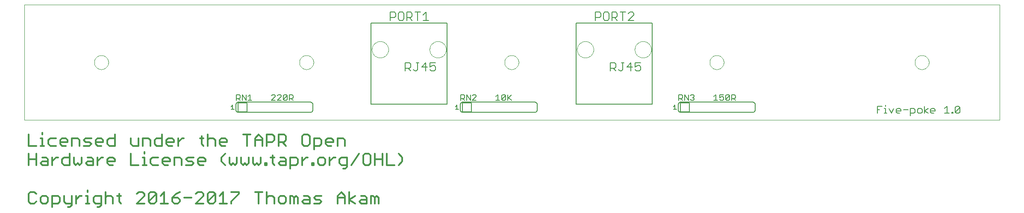
<source format=gto>
G75*
%MOIN*%
%OFA0B0*%
%FSLAX24Y24*%
%IPPOS*%
%LPD*%
%AMOC8*
5,1,8,0,0,1.08239X$1,22.5*
%
%ADD10C,0.0000*%
%ADD11C,0.0050*%
%ADD12C,0.0120*%
%ADD13C,0.0080*%
%ADD14C,0.0060*%
D10*
X000180Y007008D02*
X000180Y015994D01*
X076241Y015994D01*
X076241Y007008D01*
X000180Y007008D01*
X005629Y011508D02*
X005631Y011555D01*
X005637Y011601D01*
X005647Y011647D01*
X005660Y011692D01*
X005678Y011735D01*
X005699Y011777D01*
X005723Y011817D01*
X005751Y011854D01*
X005782Y011889D01*
X005816Y011922D01*
X005852Y011951D01*
X005891Y011977D01*
X005932Y012000D01*
X005975Y012019D01*
X006019Y012035D01*
X006064Y012047D01*
X006110Y012055D01*
X006157Y012059D01*
X006203Y012059D01*
X006250Y012055D01*
X006296Y012047D01*
X006341Y012035D01*
X006385Y012019D01*
X006428Y012000D01*
X006469Y011977D01*
X006508Y011951D01*
X006544Y011922D01*
X006578Y011889D01*
X006609Y011854D01*
X006637Y011817D01*
X006661Y011777D01*
X006682Y011735D01*
X006700Y011692D01*
X006713Y011647D01*
X006723Y011601D01*
X006729Y011555D01*
X006731Y011508D01*
X006729Y011461D01*
X006723Y011415D01*
X006713Y011369D01*
X006700Y011324D01*
X006682Y011281D01*
X006661Y011239D01*
X006637Y011199D01*
X006609Y011162D01*
X006578Y011127D01*
X006544Y011094D01*
X006508Y011065D01*
X006469Y011039D01*
X006428Y011016D01*
X006385Y010997D01*
X006341Y010981D01*
X006296Y010969D01*
X006250Y010961D01*
X006203Y010957D01*
X006157Y010957D01*
X006110Y010961D01*
X006064Y010969D01*
X006019Y010981D01*
X005975Y010997D01*
X005932Y011016D01*
X005891Y011039D01*
X005852Y011065D01*
X005816Y011094D01*
X005782Y011127D01*
X005751Y011162D01*
X005723Y011199D01*
X005699Y011239D01*
X005678Y011281D01*
X005660Y011324D01*
X005647Y011369D01*
X005637Y011415D01*
X005631Y011461D01*
X005629Y011508D01*
X021629Y011508D02*
X021631Y011555D01*
X021637Y011601D01*
X021647Y011647D01*
X021660Y011692D01*
X021678Y011735D01*
X021699Y011777D01*
X021723Y011817D01*
X021751Y011854D01*
X021782Y011889D01*
X021816Y011922D01*
X021852Y011951D01*
X021891Y011977D01*
X021932Y012000D01*
X021975Y012019D01*
X022019Y012035D01*
X022064Y012047D01*
X022110Y012055D01*
X022157Y012059D01*
X022203Y012059D01*
X022250Y012055D01*
X022296Y012047D01*
X022341Y012035D01*
X022385Y012019D01*
X022428Y012000D01*
X022469Y011977D01*
X022508Y011951D01*
X022544Y011922D01*
X022578Y011889D01*
X022609Y011854D01*
X022637Y011817D01*
X022661Y011777D01*
X022682Y011735D01*
X022700Y011692D01*
X022713Y011647D01*
X022723Y011601D01*
X022729Y011555D01*
X022731Y011508D01*
X022729Y011461D01*
X022723Y011415D01*
X022713Y011369D01*
X022700Y011324D01*
X022682Y011281D01*
X022661Y011239D01*
X022637Y011199D01*
X022609Y011162D01*
X022578Y011127D01*
X022544Y011094D01*
X022508Y011065D01*
X022469Y011039D01*
X022428Y011016D01*
X022385Y010997D01*
X022341Y010981D01*
X022296Y010969D01*
X022250Y010961D01*
X022203Y010957D01*
X022157Y010957D01*
X022110Y010961D01*
X022064Y010969D01*
X022019Y010981D01*
X021975Y010997D01*
X021932Y011016D01*
X021891Y011039D01*
X021852Y011065D01*
X021816Y011094D01*
X021782Y011127D01*
X021751Y011162D01*
X021723Y011199D01*
X021699Y011239D01*
X021678Y011281D01*
X021660Y011324D01*
X021647Y011369D01*
X021637Y011415D01*
X021631Y011461D01*
X021629Y011508D01*
X027290Y012508D02*
X027292Y012558D01*
X027298Y012608D01*
X027308Y012657D01*
X027321Y012706D01*
X027339Y012753D01*
X027360Y012799D01*
X027384Y012842D01*
X027412Y012884D01*
X027443Y012924D01*
X027477Y012961D01*
X027514Y012995D01*
X027554Y013026D01*
X027596Y013054D01*
X027639Y013078D01*
X027685Y013099D01*
X027732Y013117D01*
X027781Y013130D01*
X027830Y013140D01*
X027880Y013146D01*
X027930Y013148D01*
X027980Y013146D01*
X028030Y013140D01*
X028079Y013130D01*
X028128Y013117D01*
X028175Y013099D01*
X028221Y013078D01*
X028264Y013054D01*
X028306Y013026D01*
X028346Y012995D01*
X028383Y012961D01*
X028417Y012924D01*
X028448Y012884D01*
X028476Y012842D01*
X028500Y012799D01*
X028521Y012753D01*
X028539Y012706D01*
X028552Y012657D01*
X028562Y012608D01*
X028568Y012558D01*
X028570Y012508D01*
X028568Y012458D01*
X028562Y012408D01*
X028552Y012359D01*
X028539Y012310D01*
X028521Y012263D01*
X028500Y012217D01*
X028476Y012174D01*
X028448Y012132D01*
X028417Y012092D01*
X028383Y012055D01*
X028346Y012021D01*
X028306Y011990D01*
X028264Y011962D01*
X028221Y011938D01*
X028175Y011917D01*
X028128Y011899D01*
X028079Y011886D01*
X028030Y011876D01*
X027980Y011870D01*
X027930Y011868D01*
X027880Y011870D01*
X027830Y011876D01*
X027781Y011886D01*
X027732Y011899D01*
X027685Y011917D01*
X027639Y011938D01*
X027596Y011962D01*
X027554Y011990D01*
X027514Y012021D01*
X027477Y012055D01*
X027443Y012092D01*
X027412Y012132D01*
X027384Y012174D01*
X027360Y012217D01*
X027339Y012263D01*
X027321Y012310D01*
X027308Y012359D01*
X027298Y012408D01*
X027292Y012458D01*
X027290Y012508D01*
X031790Y012508D02*
X031792Y012558D01*
X031798Y012608D01*
X031808Y012657D01*
X031821Y012706D01*
X031839Y012753D01*
X031860Y012799D01*
X031884Y012842D01*
X031912Y012884D01*
X031943Y012924D01*
X031977Y012961D01*
X032014Y012995D01*
X032054Y013026D01*
X032096Y013054D01*
X032139Y013078D01*
X032185Y013099D01*
X032232Y013117D01*
X032281Y013130D01*
X032330Y013140D01*
X032380Y013146D01*
X032430Y013148D01*
X032480Y013146D01*
X032530Y013140D01*
X032579Y013130D01*
X032628Y013117D01*
X032675Y013099D01*
X032721Y013078D01*
X032764Y013054D01*
X032806Y013026D01*
X032846Y012995D01*
X032883Y012961D01*
X032917Y012924D01*
X032948Y012884D01*
X032976Y012842D01*
X033000Y012799D01*
X033021Y012753D01*
X033039Y012706D01*
X033052Y012657D01*
X033062Y012608D01*
X033068Y012558D01*
X033070Y012508D01*
X033068Y012458D01*
X033062Y012408D01*
X033052Y012359D01*
X033039Y012310D01*
X033021Y012263D01*
X033000Y012217D01*
X032976Y012174D01*
X032948Y012132D01*
X032917Y012092D01*
X032883Y012055D01*
X032846Y012021D01*
X032806Y011990D01*
X032764Y011962D01*
X032721Y011938D01*
X032675Y011917D01*
X032628Y011899D01*
X032579Y011886D01*
X032530Y011876D01*
X032480Y011870D01*
X032430Y011868D01*
X032380Y011870D01*
X032330Y011876D01*
X032281Y011886D01*
X032232Y011899D01*
X032185Y011917D01*
X032139Y011938D01*
X032096Y011962D01*
X032054Y011990D01*
X032014Y012021D01*
X031977Y012055D01*
X031943Y012092D01*
X031912Y012132D01*
X031884Y012174D01*
X031860Y012217D01*
X031839Y012263D01*
X031821Y012310D01*
X031808Y012359D01*
X031798Y012408D01*
X031792Y012458D01*
X031790Y012508D01*
X037629Y011508D02*
X037631Y011555D01*
X037637Y011601D01*
X037647Y011647D01*
X037660Y011692D01*
X037678Y011735D01*
X037699Y011777D01*
X037723Y011817D01*
X037751Y011854D01*
X037782Y011889D01*
X037816Y011922D01*
X037852Y011951D01*
X037891Y011977D01*
X037932Y012000D01*
X037975Y012019D01*
X038019Y012035D01*
X038064Y012047D01*
X038110Y012055D01*
X038157Y012059D01*
X038203Y012059D01*
X038250Y012055D01*
X038296Y012047D01*
X038341Y012035D01*
X038385Y012019D01*
X038428Y012000D01*
X038469Y011977D01*
X038508Y011951D01*
X038544Y011922D01*
X038578Y011889D01*
X038609Y011854D01*
X038637Y011817D01*
X038661Y011777D01*
X038682Y011735D01*
X038700Y011692D01*
X038713Y011647D01*
X038723Y011601D01*
X038729Y011555D01*
X038731Y011508D01*
X038729Y011461D01*
X038723Y011415D01*
X038713Y011369D01*
X038700Y011324D01*
X038682Y011281D01*
X038661Y011239D01*
X038637Y011199D01*
X038609Y011162D01*
X038578Y011127D01*
X038544Y011094D01*
X038508Y011065D01*
X038469Y011039D01*
X038428Y011016D01*
X038385Y010997D01*
X038341Y010981D01*
X038296Y010969D01*
X038250Y010961D01*
X038203Y010957D01*
X038157Y010957D01*
X038110Y010961D01*
X038064Y010969D01*
X038019Y010981D01*
X037975Y010997D01*
X037932Y011016D01*
X037891Y011039D01*
X037852Y011065D01*
X037816Y011094D01*
X037782Y011127D01*
X037751Y011162D01*
X037723Y011199D01*
X037699Y011239D01*
X037678Y011281D01*
X037660Y011324D01*
X037647Y011369D01*
X037637Y011415D01*
X037631Y011461D01*
X037629Y011508D01*
X043290Y012508D02*
X043292Y012558D01*
X043298Y012608D01*
X043308Y012657D01*
X043321Y012706D01*
X043339Y012753D01*
X043360Y012799D01*
X043384Y012842D01*
X043412Y012884D01*
X043443Y012924D01*
X043477Y012961D01*
X043514Y012995D01*
X043554Y013026D01*
X043596Y013054D01*
X043639Y013078D01*
X043685Y013099D01*
X043732Y013117D01*
X043781Y013130D01*
X043830Y013140D01*
X043880Y013146D01*
X043930Y013148D01*
X043980Y013146D01*
X044030Y013140D01*
X044079Y013130D01*
X044128Y013117D01*
X044175Y013099D01*
X044221Y013078D01*
X044264Y013054D01*
X044306Y013026D01*
X044346Y012995D01*
X044383Y012961D01*
X044417Y012924D01*
X044448Y012884D01*
X044476Y012842D01*
X044500Y012799D01*
X044521Y012753D01*
X044539Y012706D01*
X044552Y012657D01*
X044562Y012608D01*
X044568Y012558D01*
X044570Y012508D01*
X044568Y012458D01*
X044562Y012408D01*
X044552Y012359D01*
X044539Y012310D01*
X044521Y012263D01*
X044500Y012217D01*
X044476Y012174D01*
X044448Y012132D01*
X044417Y012092D01*
X044383Y012055D01*
X044346Y012021D01*
X044306Y011990D01*
X044264Y011962D01*
X044221Y011938D01*
X044175Y011917D01*
X044128Y011899D01*
X044079Y011886D01*
X044030Y011876D01*
X043980Y011870D01*
X043930Y011868D01*
X043880Y011870D01*
X043830Y011876D01*
X043781Y011886D01*
X043732Y011899D01*
X043685Y011917D01*
X043639Y011938D01*
X043596Y011962D01*
X043554Y011990D01*
X043514Y012021D01*
X043477Y012055D01*
X043443Y012092D01*
X043412Y012132D01*
X043384Y012174D01*
X043360Y012217D01*
X043339Y012263D01*
X043321Y012310D01*
X043308Y012359D01*
X043298Y012408D01*
X043292Y012458D01*
X043290Y012508D01*
X047790Y012508D02*
X047792Y012558D01*
X047798Y012608D01*
X047808Y012657D01*
X047821Y012706D01*
X047839Y012753D01*
X047860Y012799D01*
X047884Y012842D01*
X047912Y012884D01*
X047943Y012924D01*
X047977Y012961D01*
X048014Y012995D01*
X048054Y013026D01*
X048096Y013054D01*
X048139Y013078D01*
X048185Y013099D01*
X048232Y013117D01*
X048281Y013130D01*
X048330Y013140D01*
X048380Y013146D01*
X048430Y013148D01*
X048480Y013146D01*
X048530Y013140D01*
X048579Y013130D01*
X048628Y013117D01*
X048675Y013099D01*
X048721Y013078D01*
X048764Y013054D01*
X048806Y013026D01*
X048846Y012995D01*
X048883Y012961D01*
X048917Y012924D01*
X048948Y012884D01*
X048976Y012842D01*
X049000Y012799D01*
X049021Y012753D01*
X049039Y012706D01*
X049052Y012657D01*
X049062Y012608D01*
X049068Y012558D01*
X049070Y012508D01*
X049068Y012458D01*
X049062Y012408D01*
X049052Y012359D01*
X049039Y012310D01*
X049021Y012263D01*
X049000Y012217D01*
X048976Y012174D01*
X048948Y012132D01*
X048917Y012092D01*
X048883Y012055D01*
X048846Y012021D01*
X048806Y011990D01*
X048764Y011962D01*
X048721Y011938D01*
X048675Y011917D01*
X048628Y011899D01*
X048579Y011886D01*
X048530Y011876D01*
X048480Y011870D01*
X048430Y011868D01*
X048380Y011870D01*
X048330Y011876D01*
X048281Y011886D01*
X048232Y011899D01*
X048185Y011917D01*
X048139Y011938D01*
X048096Y011962D01*
X048054Y011990D01*
X048014Y012021D01*
X047977Y012055D01*
X047943Y012092D01*
X047912Y012132D01*
X047884Y012174D01*
X047860Y012217D01*
X047839Y012263D01*
X047821Y012310D01*
X047808Y012359D01*
X047798Y012408D01*
X047792Y012458D01*
X047790Y012508D01*
X053629Y011508D02*
X053631Y011555D01*
X053637Y011601D01*
X053647Y011647D01*
X053660Y011692D01*
X053678Y011735D01*
X053699Y011777D01*
X053723Y011817D01*
X053751Y011854D01*
X053782Y011889D01*
X053816Y011922D01*
X053852Y011951D01*
X053891Y011977D01*
X053932Y012000D01*
X053975Y012019D01*
X054019Y012035D01*
X054064Y012047D01*
X054110Y012055D01*
X054157Y012059D01*
X054203Y012059D01*
X054250Y012055D01*
X054296Y012047D01*
X054341Y012035D01*
X054385Y012019D01*
X054428Y012000D01*
X054469Y011977D01*
X054508Y011951D01*
X054544Y011922D01*
X054578Y011889D01*
X054609Y011854D01*
X054637Y011817D01*
X054661Y011777D01*
X054682Y011735D01*
X054700Y011692D01*
X054713Y011647D01*
X054723Y011601D01*
X054729Y011555D01*
X054731Y011508D01*
X054729Y011461D01*
X054723Y011415D01*
X054713Y011369D01*
X054700Y011324D01*
X054682Y011281D01*
X054661Y011239D01*
X054637Y011199D01*
X054609Y011162D01*
X054578Y011127D01*
X054544Y011094D01*
X054508Y011065D01*
X054469Y011039D01*
X054428Y011016D01*
X054385Y010997D01*
X054341Y010981D01*
X054296Y010969D01*
X054250Y010961D01*
X054203Y010957D01*
X054157Y010957D01*
X054110Y010961D01*
X054064Y010969D01*
X054019Y010981D01*
X053975Y010997D01*
X053932Y011016D01*
X053891Y011039D01*
X053852Y011065D01*
X053816Y011094D01*
X053782Y011127D01*
X053751Y011162D01*
X053723Y011199D01*
X053699Y011239D01*
X053678Y011281D01*
X053660Y011324D01*
X053647Y011369D01*
X053637Y011415D01*
X053631Y011461D01*
X053629Y011508D01*
X069629Y011508D02*
X069631Y011555D01*
X069637Y011601D01*
X069647Y011647D01*
X069660Y011692D01*
X069678Y011735D01*
X069699Y011777D01*
X069723Y011817D01*
X069751Y011854D01*
X069782Y011889D01*
X069816Y011922D01*
X069852Y011951D01*
X069891Y011977D01*
X069932Y012000D01*
X069975Y012019D01*
X070019Y012035D01*
X070064Y012047D01*
X070110Y012055D01*
X070157Y012059D01*
X070203Y012059D01*
X070250Y012055D01*
X070296Y012047D01*
X070341Y012035D01*
X070385Y012019D01*
X070428Y012000D01*
X070469Y011977D01*
X070508Y011951D01*
X070544Y011922D01*
X070578Y011889D01*
X070609Y011854D01*
X070637Y011817D01*
X070661Y011777D01*
X070682Y011735D01*
X070700Y011692D01*
X070713Y011647D01*
X070723Y011601D01*
X070729Y011555D01*
X070731Y011508D01*
X070729Y011461D01*
X070723Y011415D01*
X070713Y011369D01*
X070700Y011324D01*
X070682Y011281D01*
X070661Y011239D01*
X070637Y011199D01*
X070609Y011162D01*
X070578Y011127D01*
X070544Y011094D01*
X070508Y011065D01*
X070469Y011039D01*
X070428Y011016D01*
X070385Y010997D01*
X070341Y010981D01*
X070296Y010969D01*
X070250Y010961D01*
X070203Y010957D01*
X070157Y010957D01*
X070110Y010961D01*
X070064Y010969D01*
X070019Y010981D01*
X069975Y010997D01*
X069932Y011016D01*
X069891Y011039D01*
X069852Y011065D01*
X069816Y011094D01*
X069782Y011127D01*
X069751Y011162D01*
X069723Y011199D01*
X069699Y011239D01*
X069678Y011281D01*
X069660Y011324D01*
X069647Y011369D01*
X069637Y011415D01*
X069631Y011461D01*
X069629Y011508D01*
D11*
X055636Y008908D02*
X055636Y008758D01*
X055561Y008683D01*
X055336Y008683D01*
X055336Y008533D02*
X055336Y008984D01*
X055561Y008984D01*
X055636Y008908D01*
X055176Y008908D02*
X054876Y008608D01*
X054951Y008533D01*
X055101Y008533D01*
X055176Y008608D01*
X055176Y008908D01*
X055101Y008984D01*
X054951Y008984D01*
X054876Y008908D01*
X054876Y008608D01*
X054716Y008608D02*
X054641Y008533D01*
X054490Y008533D01*
X054415Y008608D01*
X054415Y008758D02*
X054566Y008833D01*
X054641Y008833D01*
X054716Y008758D01*
X054716Y008608D01*
X054415Y008758D02*
X054415Y008984D01*
X054716Y008984D01*
X054105Y008984D02*
X053955Y008833D01*
X054105Y008984D02*
X054105Y008533D01*
X053955Y008533D02*
X054255Y008533D01*
X055486Y008683D02*
X055636Y008533D01*
X052426Y008608D02*
X052351Y008533D01*
X052201Y008533D01*
X052126Y008608D01*
X051966Y008533D02*
X051966Y008984D01*
X052126Y008908D02*
X052201Y008984D01*
X052351Y008984D01*
X052426Y008908D01*
X052426Y008833D01*
X052351Y008758D01*
X052426Y008683D01*
X052426Y008608D01*
X052351Y008758D02*
X052276Y008758D01*
X051966Y008533D02*
X051665Y008984D01*
X051665Y008533D01*
X051505Y008533D02*
X051355Y008683D01*
X051430Y008683D02*
X051205Y008683D01*
X051205Y008533D02*
X051205Y008984D01*
X051430Y008984D01*
X051505Y008908D01*
X051505Y008758D01*
X051430Y008683D01*
X050918Y008173D02*
X050918Y007833D01*
X050805Y007833D02*
X051032Y007833D01*
X050805Y008060D02*
X050918Y008173D01*
X038176Y008533D02*
X037951Y008758D01*
X037876Y008683D02*
X038176Y008984D01*
X037876Y008984D02*
X037876Y008533D01*
X037716Y008608D02*
X037641Y008533D01*
X037490Y008533D01*
X037415Y008608D01*
X037716Y008908D01*
X037716Y008608D01*
X037415Y008608D02*
X037415Y008908D01*
X037490Y008984D01*
X037641Y008984D01*
X037716Y008908D01*
X037105Y008984D02*
X036955Y008833D01*
X037105Y008984D02*
X037105Y008533D01*
X036955Y008533D02*
X037255Y008533D01*
X035426Y008533D02*
X035126Y008533D01*
X035426Y008833D01*
X035426Y008908D01*
X035351Y008984D01*
X035201Y008984D01*
X035126Y008908D01*
X034966Y008984D02*
X034966Y008533D01*
X034665Y008984D01*
X034665Y008533D01*
X034505Y008533D02*
X034355Y008683D01*
X034430Y008683D02*
X034205Y008683D01*
X034205Y008533D02*
X034205Y008984D01*
X034430Y008984D01*
X034505Y008908D01*
X034505Y008758D01*
X034430Y008683D01*
X033918Y008173D02*
X033918Y007833D01*
X033805Y007833D02*
X034032Y007833D01*
X033805Y008060D02*
X033918Y008173D01*
X021136Y008533D02*
X020986Y008683D01*
X021061Y008683D02*
X020836Y008683D01*
X020836Y008533D02*
X020836Y008984D01*
X021061Y008984D01*
X021136Y008908D01*
X021136Y008758D01*
X021061Y008683D01*
X020676Y008608D02*
X020601Y008533D01*
X020451Y008533D01*
X020376Y008608D01*
X020676Y008908D01*
X020676Y008608D01*
X020376Y008608D02*
X020376Y008908D01*
X020451Y008984D01*
X020601Y008984D01*
X020676Y008908D01*
X020216Y008908D02*
X020216Y008833D01*
X019915Y008533D01*
X020216Y008533D01*
X019755Y008533D02*
X019455Y008533D01*
X019755Y008833D01*
X019755Y008908D01*
X019680Y008984D01*
X019530Y008984D01*
X019455Y008908D01*
X019915Y008908D02*
X019990Y008984D01*
X020141Y008984D01*
X020216Y008908D01*
X017926Y008533D02*
X017626Y008533D01*
X017776Y008533D02*
X017776Y008984D01*
X017626Y008833D01*
X017466Y008984D02*
X017466Y008533D01*
X017165Y008984D01*
X017165Y008533D01*
X017005Y008533D02*
X016855Y008683D01*
X016930Y008683D02*
X016705Y008683D01*
X016705Y008533D02*
X016705Y008984D01*
X016930Y008984D01*
X017005Y008908D01*
X017005Y008758D01*
X016930Y008683D01*
X016418Y008173D02*
X016418Y007833D01*
X016305Y007833D02*
X016532Y007833D01*
X016305Y008060D02*
X016418Y008173D01*
X066705Y008084D02*
X066705Y007533D01*
X067257Y007533D02*
X067441Y007533D01*
X067349Y007533D02*
X067349Y007900D01*
X067257Y007900D01*
X067349Y008084D02*
X067349Y008175D01*
X067072Y008084D02*
X066705Y008084D01*
X066705Y007808D02*
X066888Y007808D01*
X067626Y007900D02*
X067809Y007533D01*
X067993Y007900D01*
X068178Y007808D02*
X068270Y007900D01*
X068453Y007900D01*
X068545Y007808D01*
X068545Y007717D01*
X068178Y007717D01*
X068178Y007808D02*
X068178Y007625D01*
X068270Y007533D01*
X068453Y007533D01*
X069283Y007533D02*
X069558Y007533D01*
X069650Y007625D01*
X069650Y007808D01*
X069558Y007900D01*
X069283Y007900D01*
X069283Y007350D01*
X069836Y007625D02*
X069927Y007533D01*
X070111Y007533D01*
X070203Y007625D01*
X070203Y007808D01*
X070111Y007900D01*
X069927Y007900D01*
X069836Y007808D01*
X069836Y007625D01*
X070388Y007717D02*
X070663Y007533D01*
X070849Y007625D02*
X070940Y007533D01*
X071124Y007533D01*
X071216Y007717D02*
X070849Y007717D01*
X070849Y007808D02*
X070849Y007625D01*
X070849Y007808D02*
X070940Y007900D01*
X071124Y007900D01*
X071216Y007808D01*
X071216Y007717D01*
X070663Y007900D02*
X070388Y007717D01*
X070388Y007533D02*
X070388Y008084D01*
X069098Y007808D02*
X068731Y007808D01*
X071953Y007900D02*
X072137Y008084D01*
X072137Y007533D01*
X072320Y007533D02*
X071953Y007533D01*
X072506Y007533D02*
X072598Y007533D01*
X072598Y007625D01*
X072506Y007625D01*
X072506Y007533D01*
X072782Y007625D02*
X073149Y007992D01*
X073149Y007625D01*
X073057Y007533D01*
X072874Y007533D01*
X072782Y007625D01*
X072782Y007992D01*
X072874Y008084D01*
X073057Y008084D01*
X073149Y007992D01*
D12*
X000660Y000493D02*
X000513Y000640D01*
X000513Y001227D01*
X000660Y001374D01*
X000954Y001374D01*
X001100Y001227D01*
X001434Y000934D02*
X001581Y001081D01*
X001874Y001081D01*
X002021Y000934D01*
X002021Y000640D01*
X001874Y000493D01*
X001581Y000493D01*
X001434Y000640D01*
X001434Y000934D01*
X001100Y000640D02*
X000954Y000493D01*
X000660Y000493D01*
X002355Y000493D02*
X002795Y000493D01*
X002942Y000640D01*
X002942Y000934D01*
X002795Y001081D01*
X002355Y001081D01*
X002355Y000200D01*
X003569Y000200D02*
X003716Y000200D01*
X003863Y000347D01*
X003863Y001081D01*
X004196Y001081D02*
X004196Y000493D01*
X004196Y000787D02*
X004490Y001081D01*
X004637Y001081D01*
X004964Y001081D02*
X005110Y001081D01*
X005110Y000493D01*
X004964Y000493D02*
X005257Y000493D01*
X005578Y000640D02*
X005724Y000493D01*
X006165Y000493D01*
X006165Y000347D02*
X006165Y001081D01*
X005724Y001081D01*
X005578Y000934D01*
X005578Y000640D01*
X006018Y000200D02*
X006165Y000347D01*
X006018Y000200D02*
X005871Y000200D01*
X006498Y000493D02*
X006498Y001374D01*
X007566Y001227D02*
X007566Y000640D01*
X007713Y000493D01*
X007086Y000493D02*
X007086Y000934D01*
X006939Y001081D01*
X006645Y001081D01*
X006498Y000934D01*
X007419Y001081D02*
X007713Y001081D01*
X008954Y001227D02*
X009101Y001374D01*
X009394Y001374D01*
X009541Y001227D01*
X009541Y001081D01*
X008954Y000493D01*
X009541Y000493D01*
X009875Y000640D02*
X010462Y001227D01*
X010462Y000640D01*
X010315Y000493D01*
X010021Y000493D01*
X009875Y000640D01*
X009875Y001227D01*
X010021Y001374D01*
X010315Y001374D01*
X010462Y001227D01*
X010795Y001081D02*
X011089Y001374D01*
X011089Y000493D01*
X010795Y000493D02*
X011383Y000493D01*
X011716Y000640D02*
X011863Y000493D01*
X012157Y000493D01*
X012303Y000640D01*
X012303Y000787D01*
X012157Y000934D01*
X011716Y000934D01*
X011716Y000640D01*
X011716Y000934D02*
X012010Y001227D01*
X012303Y001374D01*
X013558Y001227D02*
X013704Y001374D01*
X013998Y001374D01*
X014145Y001227D01*
X014145Y001081D01*
X013558Y000493D01*
X014145Y000493D01*
X014478Y000640D02*
X015066Y001227D01*
X015066Y000640D01*
X014919Y000493D01*
X014625Y000493D01*
X014478Y000640D01*
X014478Y001227D01*
X014625Y001374D01*
X014919Y001374D01*
X015066Y001227D01*
X015399Y001081D02*
X015693Y001374D01*
X015693Y000493D01*
X015986Y000493D02*
X015399Y000493D01*
X016320Y000493D02*
X016320Y000640D01*
X016907Y001227D01*
X016907Y001374D01*
X016320Y001374D01*
X018162Y001374D02*
X018749Y001374D01*
X018455Y001374D02*
X018455Y000493D01*
X019082Y000493D02*
X019082Y001374D01*
X019229Y001081D02*
X019523Y001081D01*
X019670Y000934D01*
X019670Y000493D01*
X020003Y000640D02*
X020150Y000493D01*
X020444Y000493D01*
X020590Y000640D01*
X020590Y000934D01*
X020444Y001081D01*
X020150Y001081D01*
X020003Y000934D01*
X020003Y000640D01*
X020924Y000493D02*
X020924Y001081D01*
X021071Y001081D01*
X021218Y000934D01*
X021364Y001081D01*
X021511Y000934D01*
X021511Y000493D01*
X021218Y000493D02*
X021218Y000934D01*
X021845Y000640D02*
X021992Y000787D01*
X022432Y000787D01*
X022432Y000934D02*
X022432Y000493D01*
X021992Y000493D01*
X021845Y000640D01*
X022766Y000493D02*
X023206Y000493D01*
X023353Y000640D01*
X023206Y000787D01*
X022912Y000787D01*
X022766Y000934D01*
X022912Y001081D01*
X023353Y001081D01*
X022432Y000934D02*
X022285Y001081D01*
X021992Y001081D01*
X019229Y001081D02*
X019082Y000934D01*
X013224Y000934D02*
X012637Y000934D01*
X005110Y001374D02*
X005110Y001521D01*
X003276Y001081D02*
X003276Y000640D01*
X003422Y000493D01*
X003863Y000493D01*
X003709Y003493D02*
X003269Y003493D01*
X003122Y003640D01*
X003122Y003934D01*
X003269Y004081D01*
X003709Y004081D01*
X004043Y004081D02*
X004043Y003640D01*
X004190Y003493D01*
X004336Y003640D01*
X004483Y003493D01*
X004630Y003640D01*
X004630Y004081D01*
X005110Y004081D02*
X005404Y004081D01*
X005551Y003934D01*
X005551Y003493D01*
X005110Y003493D01*
X004964Y003640D01*
X005110Y003787D01*
X005551Y003787D01*
X005884Y003787D02*
X006178Y004081D01*
X006325Y004081D01*
X006652Y003934D02*
X006799Y004081D01*
X007092Y004081D01*
X007239Y003934D01*
X007239Y003787D01*
X006652Y003787D01*
X006652Y003640D02*
X006652Y003934D01*
X005884Y004081D02*
X005884Y003493D01*
X006652Y003640D02*
X006799Y003493D01*
X007092Y003493D01*
X008493Y003493D02*
X009081Y003493D01*
X009414Y003493D02*
X009708Y003493D01*
X009561Y003493D02*
X009561Y004081D01*
X009414Y004081D01*
X010028Y003934D02*
X010028Y003640D01*
X010175Y003493D01*
X010615Y003493D01*
X010949Y003640D02*
X010949Y003934D01*
X011096Y004081D01*
X011389Y004081D01*
X011536Y003934D01*
X011536Y003787D01*
X010949Y003787D01*
X010949Y003640D02*
X011096Y003493D01*
X011389Y003493D01*
X011870Y003493D02*
X011870Y004081D01*
X012310Y004081D01*
X012457Y003934D01*
X012457Y003493D01*
X012790Y003493D02*
X013231Y003493D01*
X013378Y003640D01*
X013231Y003787D01*
X012937Y003787D01*
X012790Y003934D01*
X012937Y004081D01*
X013378Y004081D01*
X013711Y003934D02*
X013858Y004081D01*
X014152Y004081D01*
X014298Y003934D01*
X014298Y003787D01*
X013711Y003787D01*
X013711Y003640D02*
X013711Y003934D01*
X013711Y003640D02*
X013858Y003493D01*
X014152Y003493D01*
X015553Y003787D02*
X015553Y004081D01*
X015846Y004374D01*
X016167Y004081D02*
X016167Y003640D01*
X016313Y003493D01*
X016460Y003640D01*
X016607Y003493D01*
X016754Y003640D01*
X016754Y004081D01*
X017087Y004081D02*
X017087Y003640D01*
X017234Y003493D01*
X017381Y003640D01*
X017528Y003493D01*
X017675Y003640D01*
X017675Y004081D01*
X018008Y004081D02*
X018008Y003640D01*
X018155Y003493D01*
X018302Y003640D01*
X018449Y003493D01*
X018595Y003640D01*
X018595Y004081D01*
X019389Y004081D02*
X019683Y004081D01*
X019536Y004227D02*
X019536Y003640D01*
X019683Y003493D01*
X020003Y003640D02*
X020150Y003787D01*
X020590Y003787D01*
X020590Y003934D02*
X020590Y003493D01*
X020150Y003493D01*
X020003Y003640D01*
X020924Y003493D02*
X021364Y003493D01*
X021511Y003640D01*
X021511Y003934D01*
X021364Y004081D01*
X020924Y004081D01*
X020924Y003200D01*
X021845Y003493D02*
X021845Y004081D01*
X022138Y004081D02*
X022285Y004081D01*
X022138Y004081D02*
X021845Y003787D01*
X022612Y003640D02*
X022759Y003640D01*
X022759Y003493D01*
X022612Y003493D01*
X022612Y003640D01*
X023072Y003640D02*
X023219Y003493D01*
X023513Y003493D01*
X023660Y003640D01*
X023660Y003934D01*
X023513Y004081D01*
X023219Y004081D01*
X023072Y003934D01*
X023072Y003640D01*
X023993Y003493D02*
X023993Y004081D01*
X024287Y004081D02*
X024434Y004081D01*
X024287Y004081D02*
X023993Y003787D01*
X024761Y003934D02*
X024761Y003640D01*
X024907Y003493D01*
X025348Y003493D01*
X025348Y003347D02*
X025348Y004081D01*
X024907Y004081D01*
X024761Y003934D01*
X026602Y004227D02*
X026602Y003640D01*
X026749Y003493D01*
X027043Y003493D01*
X027189Y003640D01*
X027189Y004227D01*
X027043Y004374D01*
X026749Y004374D01*
X026602Y004227D01*
X026269Y004374D02*
X025681Y003493D01*
X025348Y003347D02*
X025201Y003200D01*
X025054Y003200D01*
X027523Y003493D02*
X027523Y004374D01*
X028110Y004374D02*
X028110Y003493D01*
X028444Y003493D02*
X029031Y003493D01*
X029365Y003493D02*
X029658Y003787D01*
X029658Y004081D01*
X029365Y004374D01*
X028444Y004374D02*
X028444Y003493D01*
X028110Y003934D02*
X027523Y003934D01*
X025194Y004993D02*
X025194Y005434D01*
X025048Y005581D01*
X024607Y005581D01*
X024607Y004993D01*
X024127Y004993D02*
X023833Y004993D01*
X023686Y005140D01*
X023686Y005434D01*
X023833Y005581D01*
X024127Y005581D01*
X024274Y005434D01*
X024274Y005287D01*
X023686Y005287D01*
X023353Y005434D02*
X023353Y005140D01*
X023206Y004993D01*
X022766Y004993D01*
X022766Y004700D02*
X022766Y005581D01*
X023206Y005581D01*
X023353Y005434D01*
X022432Y005140D02*
X022432Y005727D01*
X022285Y005874D01*
X021992Y005874D01*
X021845Y005727D01*
X021845Y005140D01*
X021992Y004993D01*
X022285Y004993D01*
X022432Y005140D01*
X020590Y004993D02*
X020297Y005287D01*
X020444Y005287D02*
X020003Y005287D01*
X019670Y005434D02*
X019523Y005287D01*
X019082Y005287D01*
X018749Y005434D02*
X018162Y005434D01*
X018162Y005581D02*
X018455Y005874D01*
X018749Y005581D01*
X018749Y004993D01*
X019082Y004993D02*
X019082Y005874D01*
X019523Y005874D01*
X019670Y005727D01*
X019670Y005434D01*
X020444Y005287D02*
X020590Y005434D01*
X020590Y005727D01*
X020444Y005874D01*
X020003Y005874D01*
X020003Y004993D01*
X018162Y004993D02*
X018162Y005581D01*
X017828Y005874D02*
X017241Y005874D01*
X017534Y005874D02*
X017534Y004993D01*
X015986Y005287D02*
X015399Y005287D01*
X015399Y005140D02*
X015399Y005434D01*
X015546Y005581D01*
X015840Y005581D01*
X015986Y005434D01*
X015986Y005287D01*
X015546Y004993D02*
X015399Y005140D01*
X015546Y004993D02*
X015840Y004993D01*
X015066Y004993D02*
X015066Y005434D01*
X014919Y005581D01*
X014625Y005581D01*
X014478Y005434D01*
X014158Y005581D02*
X013865Y005581D01*
X014011Y005727D02*
X014011Y005140D01*
X014158Y004993D01*
X014478Y004993D02*
X014478Y005874D01*
X012617Y005581D02*
X012470Y005581D01*
X012177Y005287D01*
X011843Y005287D02*
X011256Y005287D01*
X011256Y005140D02*
X011256Y005434D01*
X011403Y005581D01*
X011696Y005581D01*
X011843Y005434D01*
X011843Y005287D01*
X011403Y004993D02*
X011256Y005140D01*
X011403Y004993D02*
X011696Y004993D01*
X012177Y004993D02*
X012177Y005581D01*
X010922Y005581D02*
X010482Y005581D01*
X010335Y005434D01*
X010335Y005140D01*
X010482Y004993D01*
X010922Y004993D01*
X010922Y005874D01*
X010001Y005434D02*
X009855Y005581D01*
X009414Y005581D01*
X009414Y004993D01*
X009081Y004993D02*
X009081Y005581D01*
X008493Y005581D02*
X008493Y005140D01*
X008640Y004993D01*
X009081Y004993D01*
X010001Y004993D02*
X010001Y005434D01*
X007239Y005581D02*
X006799Y005581D01*
X006652Y005434D01*
X006652Y005140D01*
X006799Y004993D01*
X007239Y004993D01*
X007239Y005874D01*
X006318Y005434D02*
X006171Y005581D01*
X005878Y005581D01*
X005731Y005434D01*
X005731Y005140D01*
X005878Y004993D01*
X006171Y004993D01*
X005397Y005140D02*
X005251Y005287D01*
X004957Y005287D01*
X004810Y005434D01*
X004957Y005581D01*
X005397Y005581D01*
X006318Y005434D02*
X006318Y005287D01*
X005731Y005287D01*
X005397Y005140D02*
X005251Y004993D01*
X004810Y004993D01*
X004477Y004993D02*
X004477Y005434D01*
X004330Y005581D01*
X003889Y005581D01*
X003889Y004993D01*
X003409Y004993D02*
X003115Y004993D01*
X002969Y005140D01*
X002969Y005434D01*
X003115Y005581D01*
X003409Y005581D01*
X003556Y005434D01*
X003556Y005287D01*
X002969Y005287D01*
X002195Y005581D02*
X002048Y005434D01*
X002048Y005140D01*
X002195Y004993D01*
X002635Y004993D01*
X001728Y004993D02*
X001434Y004993D01*
X001581Y004993D02*
X001581Y005581D01*
X001434Y005581D01*
X002195Y005581D02*
X002635Y005581D01*
X001581Y005874D02*
X001581Y006021D01*
X000513Y005874D02*
X000513Y004993D01*
X001100Y004993D01*
X001100Y004374D02*
X001100Y003493D01*
X001434Y003640D02*
X001581Y003787D01*
X002021Y003787D01*
X002021Y003934D02*
X002021Y003493D01*
X001581Y003493D01*
X001434Y003640D01*
X000513Y003493D02*
X000513Y004374D01*
X001581Y004081D02*
X001874Y004081D01*
X002021Y003934D01*
X002355Y004081D02*
X002355Y003493D01*
X003709Y003493D02*
X003709Y004374D01*
X002795Y004081D02*
X002648Y004081D01*
X002355Y003787D01*
X001100Y003934D02*
X000513Y003934D01*
X008493Y004374D02*
X008493Y003493D01*
X010028Y003934D02*
X010175Y004081D01*
X010615Y004081D01*
X009561Y004374D02*
X009561Y004521D01*
X015553Y003787D02*
X015846Y003493D01*
X018929Y003493D02*
X019076Y003493D01*
X019076Y003640D01*
X018929Y003640D01*
X018929Y003493D01*
X020444Y004081D02*
X020590Y003934D01*
X020444Y004081D02*
X020150Y004081D01*
X024607Y001081D02*
X024901Y001374D01*
X025194Y001081D01*
X025194Y000493D01*
X025528Y000493D02*
X025528Y001374D01*
X025968Y001081D02*
X025528Y000787D01*
X025968Y000493D01*
X026295Y000640D02*
X026442Y000787D01*
X026882Y000787D01*
X026882Y000934D02*
X026882Y000493D01*
X026442Y000493D01*
X026295Y000640D01*
X027216Y000493D02*
X027216Y001081D01*
X027363Y001081D01*
X027510Y000934D01*
X027656Y001081D01*
X027803Y000934D01*
X027803Y000493D01*
X027510Y000493D02*
X027510Y000934D01*
X026882Y000934D02*
X026736Y001081D01*
X026442Y001081D01*
X025194Y000934D02*
X024607Y000934D01*
X024607Y001081D02*
X024607Y000493D01*
D13*
X027217Y008249D02*
X027217Y014572D01*
X033143Y014572D01*
X033143Y008249D01*
X027217Y008249D01*
X043217Y008249D02*
X043217Y014572D01*
X049143Y014572D01*
X049143Y008249D01*
X043217Y008249D01*
D14*
X040180Y008208D02*
X040180Y007808D01*
X040178Y007782D01*
X040173Y007756D01*
X040165Y007731D01*
X040153Y007708D01*
X040139Y007686D01*
X040121Y007667D01*
X040102Y007649D01*
X040080Y007635D01*
X040057Y007623D01*
X040032Y007615D01*
X040006Y007610D01*
X039980Y007608D01*
X034380Y007608D01*
X034330Y007658D02*
X034330Y008358D01*
X035030Y008358D01*
X035030Y007658D01*
X034330Y007658D01*
X034380Y007608D02*
X034354Y007610D01*
X034328Y007615D01*
X034303Y007623D01*
X034280Y007635D01*
X034258Y007649D01*
X034239Y007667D01*
X034221Y007686D01*
X034207Y007708D01*
X034195Y007731D01*
X034187Y007756D01*
X034182Y007782D01*
X034180Y007808D01*
X034180Y008208D01*
X034182Y008234D01*
X034187Y008260D01*
X034195Y008285D01*
X034207Y008308D01*
X034221Y008330D01*
X034239Y008349D01*
X034258Y008367D01*
X034280Y008381D01*
X034303Y008393D01*
X034328Y008401D01*
X034354Y008406D01*
X034380Y008408D01*
X039980Y008408D01*
X040006Y008406D01*
X040032Y008401D01*
X040057Y008393D01*
X040080Y008381D01*
X040102Y008367D01*
X040121Y008349D01*
X040139Y008330D01*
X040153Y008308D01*
X040165Y008285D01*
X040173Y008260D01*
X040178Y008234D01*
X040180Y008208D01*
X051180Y008208D02*
X051180Y007808D01*
X051182Y007782D01*
X051187Y007756D01*
X051195Y007731D01*
X051207Y007708D01*
X051221Y007686D01*
X051239Y007667D01*
X051258Y007649D01*
X051280Y007635D01*
X051303Y007623D01*
X051328Y007615D01*
X051354Y007610D01*
X051380Y007608D01*
X056980Y007608D01*
X057006Y007610D01*
X057032Y007615D01*
X057057Y007623D01*
X057080Y007635D01*
X057102Y007649D01*
X057121Y007667D01*
X057139Y007686D01*
X057153Y007708D01*
X057165Y007731D01*
X057173Y007756D01*
X057178Y007782D01*
X057180Y007808D01*
X057180Y008208D01*
X057178Y008234D01*
X057173Y008260D01*
X057165Y008285D01*
X057153Y008308D01*
X057139Y008330D01*
X057121Y008349D01*
X057102Y008367D01*
X057080Y008381D01*
X057057Y008393D01*
X057032Y008401D01*
X057006Y008406D01*
X056980Y008408D01*
X051380Y008408D01*
X051330Y008358D02*
X051330Y007658D01*
X052030Y007658D01*
X052030Y008358D01*
X051330Y008358D01*
X051380Y008408D02*
X051354Y008406D01*
X051328Y008401D01*
X051303Y008393D01*
X051280Y008381D01*
X051258Y008367D01*
X051239Y008349D01*
X051221Y008330D01*
X051207Y008308D01*
X051195Y008285D01*
X051187Y008260D01*
X051182Y008234D01*
X051180Y008208D01*
X048242Y010945D02*
X048136Y010838D01*
X047922Y010838D01*
X047815Y010945D01*
X047815Y011158D02*
X048029Y011265D01*
X048136Y011265D01*
X048242Y011158D01*
X048242Y010945D01*
X047815Y011158D02*
X047815Y011479D01*
X048242Y011479D01*
X047491Y011479D02*
X047171Y011158D01*
X047598Y011158D01*
X046847Y010945D02*
X046847Y011479D01*
X046953Y011479D02*
X046740Y011479D01*
X046309Y011372D02*
X046309Y011158D01*
X046202Y011052D01*
X045882Y011052D01*
X046095Y011052D02*
X046309Y010838D01*
X046526Y010945D02*
X046633Y010838D01*
X046740Y010838D01*
X046847Y010945D01*
X047491Y010838D02*
X047491Y011479D01*
X046309Y011372D02*
X046202Y011479D01*
X045882Y011479D01*
X045882Y010838D01*
X032242Y010945D02*
X032136Y010838D01*
X031922Y010838D01*
X031815Y010945D01*
X031815Y011158D02*
X032029Y011265D01*
X032136Y011265D01*
X032242Y011158D01*
X032242Y010945D01*
X031815Y011158D02*
X031815Y011479D01*
X032242Y011479D01*
X031491Y011479D02*
X031171Y011158D01*
X031598Y011158D01*
X030847Y010945D02*
X030847Y011479D01*
X030953Y011479D02*
X030740Y011479D01*
X030309Y011372D02*
X030309Y011158D01*
X030202Y011052D01*
X029882Y011052D01*
X030095Y011052D02*
X030309Y010838D01*
X030526Y010945D02*
X030633Y010838D01*
X030740Y010838D01*
X030847Y010945D01*
X031491Y010838D02*
X031491Y011479D01*
X030309Y011372D02*
X030202Y011479D01*
X029882Y011479D01*
X029882Y010838D01*
X022480Y008408D02*
X016880Y008408D01*
X016830Y008358D02*
X016830Y007658D01*
X017530Y007658D01*
X017530Y008358D01*
X016830Y008358D01*
X016880Y008408D02*
X016854Y008406D01*
X016828Y008401D01*
X016803Y008393D01*
X016780Y008381D01*
X016758Y008367D01*
X016739Y008349D01*
X016721Y008330D01*
X016707Y008308D01*
X016695Y008285D01*
X016687Y008260D01*
X016682Y008234D01*
X016680Y008208D01*
X016680Y007808D01*
X016682Y007782D01*
X016687Y007756D01*
X016695Y007731D01*
X016707Y007708D01*
X016721Y007686D01*
X016739Y007667D01*
X016758Y007649D01*
X016780Y007635D01*
X016803Y007623D01*
X016828Y007615D01*
X016854Y007610D01*
X016880Y007608D01*
X022480Y007608D01*
X022506Y007610D01*
X022532Y007615D01*
X022557Y007623D01*
X022580Y007635D01*
X022602Y007649D01*
X022621Y007667D01*
X022639Y007686D01*
X022653Y007708D01*
X022665Y007731D01*
X022673Y007756D01*
X022678Y007782D01*
X022680Y007808D01*
X022680Y008208D01*
X022678Y008234D01*
X022673Y008260D01*
X022665Y008285D01*
X022653Y008308D01*
X022639Y008330D01*
X022621Y008349D01*
X022602Y008367D01*
X022580Y008381D01*
X022557Y008393D01*
X022532Y008401D01*
X022506Y008406D01*
X022480Y008408D01*
X028710Y014788D02*
X028710Y015429D01*
X029030Y015429D01*
X029137Y015322D01*
X029137Y015108D01*
X029030Y015002D01*
X028710Y015002D01*
X029355Y014895D02*
X029461Y014788D01*
X029675Y014788D01*
X029782Y014895D01*
X029782Y015322D01*
X029675Y015429D01*
X029461Y015429D01*
X029355Y015322D01*
X029355Y014895D01*
X029999Y015002D02*
X030319Y015002D01*
X030426Y015108D01*
X030426Y015322D01*
X030319Y015429D01*
X029999Y015429D01*
X029999Y014788D01*
X030213Y015002D02*
X030426Y014788D01*
X030857Y014788D02*
X030857Y015429D01*
X030644Y015429D02*
X031071Y015429D01*
X031288Y015215D02*
X031502Y015429D01*
X031502Y014788D01*
X031715Y014788D02*
X031288Y014788D01*
X044710Y014788D02*
X044710Y015429D01*
X045030Y015429D01*
X045137Y015322D01*
X045137Y015108D01*
X045030Y015002D01*
X044710Y015002D01*
X045355Y014895D02*
X045461Y014788D01*
X045675Y014788D01*
X045782Y014895D01*
X045782Y015322D01*
X045675Y015429D01*
X045461Y015429D01*
X045355Y015322D01*
X045355Y014895D01*
X045999Y015002D02*
X046319Y015002D01*
X046426Y015108D01*
X046426Y015322D01*
X046319Y015429D01*
X045999Y015429D01*
X045999Y014788D01*
X046213Y015002D02*
X046426Y014788D01*
X046857Y014788D02*
X046857Y015429D01*
X046644Y015429D02*
X047071Y015429D01*
X047288Y015322D02*
X047395Y015429D01*
X047608Y015429D01*
X047715Y015322D01*
X047715Y015215D01*
X047288Y014788D01*
X047715Y014788D01*
M02*

</source>
